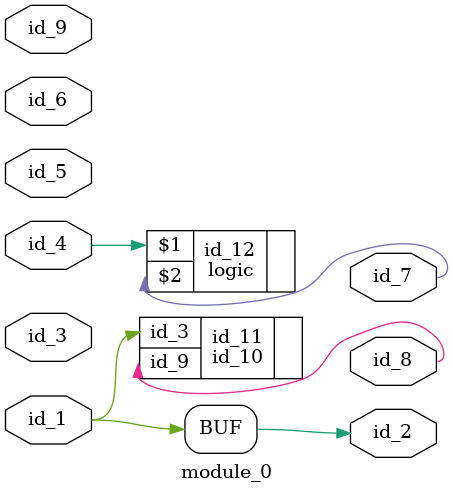
<source format=v>
module module_0 (
    id_1,
    id_2,
    id_3,
    id_4,
    id_5,
    id_6,
    id_7,
    id_8,
    id_9
);
  input id_9;
  output id_8;
  output id_7;
  input id_6;
  input id_5;
  input id_4;
  input id_3;
  output id_2;
  input id_1;
  id_10 id_11 (
      .id_9(id_8),
      .id_3(id_1)
  );
  logic id_12 (
      id_4,
      id_7
  );
  assign id_2 = id_1;
endmodule

</source>
